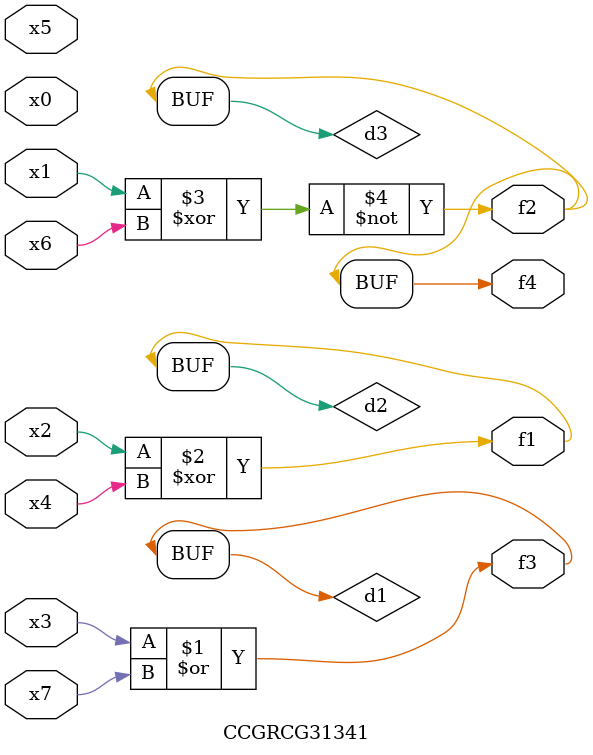
<source format=v>
module CCGRCG31341(
	input x0, x1, x2, x3, x4, x5, x6, x7,
	output f1, f2, f3, f4
);

	wire d1, d2, d3;

	or (d1, x3, x7);
	xor (d2, x2, x4);
	xnor (d3, x1, x6);
	assign f1 = d2;
	assign f2 = d3;
	assign f3 = d1;
	assign f4 = d3;
endmodule

</source>
